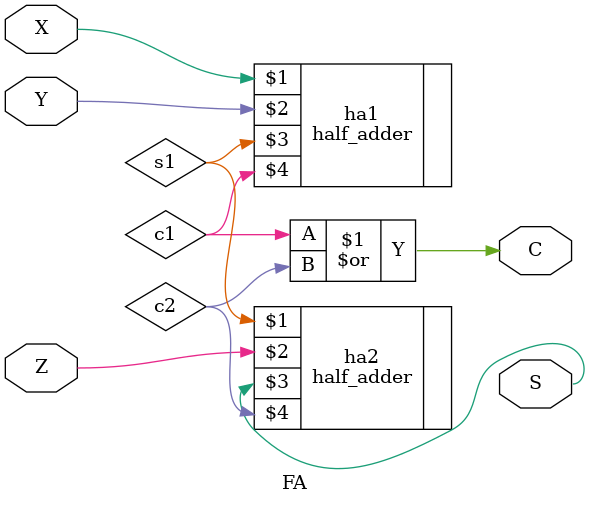
<source format=v>
`timescale 1ns / 1ps
`include "half_adder.v"
module FA(input X,Y,Z, output S,C);
    wire c1,c2,s1;
    half_adder ha1(X,Y,s1,c1);
    half_adder ha2 (s1,Z,S,c2);
    assign C= c1|c2;
endmodule

</source>
